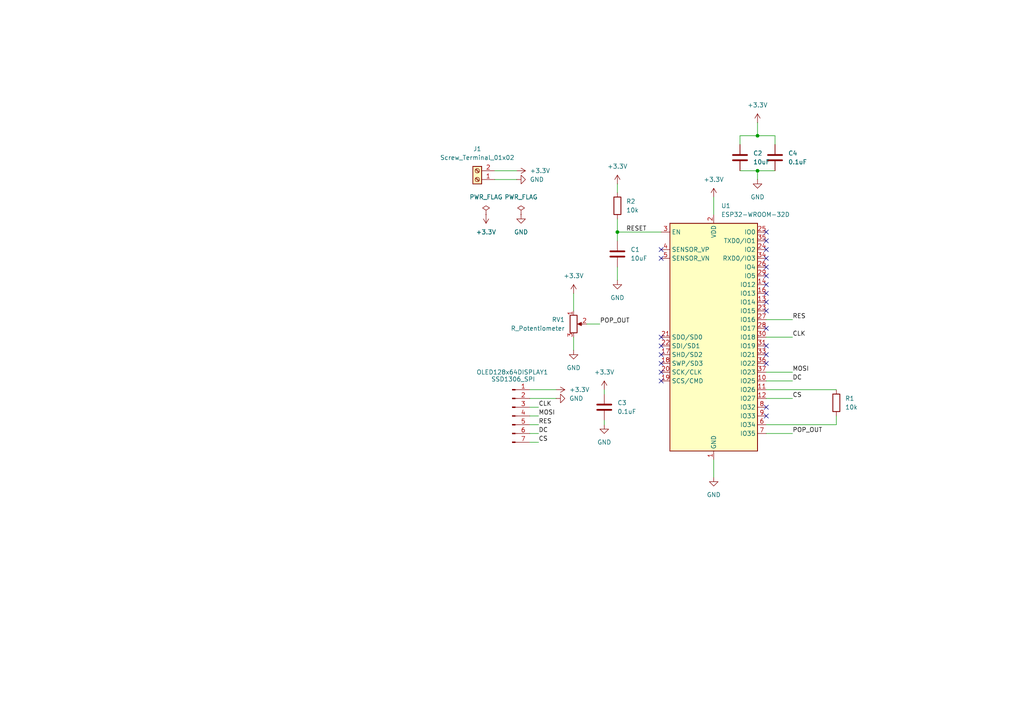
<source format=kicad_sch>
(kicad_sch
	(version 20250114)
	(generator "eeschema")
	(generator_version "9.0")
	(uuid "33ab832c-2638-4d11-ac35-6ada620571ce")
	(paper "A4")
	(title_block
		(title "Mini Digital Oscilloscope (ESP32)")
		(rev "B")
		(company "Personal Project")
		(comment 1 "ESP32 oscilloscope with OLED")
		(comment 2 "Added potentiometer for adjustable time base control")
	)
	(lib_symbols
		(symbol "Connector:Conn_01x07_Pin"
			(pin_names
				(offset 1.016)
				(hide yes)
			)
			(exclude_from_sim no)
			(in_bom yes)
			(on_board yes)
			(property "Reference" "J"
				(at 0 10.16 0)
				(effects
					(font
						(size 1.27 1.27)
					)
				)
			)
			(property "Value" "Conn_01x07_Pin"
				(at 0 -10.16 0)
				(effects
					(font
						(size 1.27 1.27)
					)
				)
			)
			(property "Footprint" ""
				(at 0 0 0)
				(effects
					(font
						(size 1.27 1.27)
					)
					(hide yes)
				)
			)
			(property "Datasheet" "~"
				(at 0 0 0)
				(effects
					(font
						(size 1.27 1.27)
					)
					(hide yes)
				)
			)
			(property "Description" "Generic connector, single row, 01x07, script generated"
				(at 0 0 0)
				(effects
					(font
						(size 1.27 1.27)
					)
					(hide yes)
				)
			)
			(property "ki_locked" ""
				(at 0 0 0)
				(effects
					(font
						(size 1.27 1.27)
					)
				)
			)
			(property "ki_keywords" "connector"
				(at 0 0 0)
				(effects
					(font
						(size 1.27 1.27)
					)
					(hide yes)
				)
			)
			(property "ki_fp_filters" "Connector*:*_1x??_*"
				(at 0 0 0)
				(effects
					(font
						(size 1.27 1.27)
					)
					(hide yes)
				)
			)
			(symbol "Conn_01x07_Pin_1_1"
				(rectangle
					(start 0.8636 7.747)
					(end 0 7.493)
					(stroke
						(width 0.1524)
						(type default)
					)
					(fill
						(type outline)
					)
				)
				(rectangle
					(start 0.8636 5.207)
					(end 0 4.953)
					(stroke
						(width 0.1524)
						(type default)
					)
					(fill
						(type outline)
					)
				)
				(rectangle
					(start 0.8636 2.667)
					(end 0 2.413)
					(stroke
						(width 0.1524)
						(type default)
					)
					(fill
						(type outline)
					)
				)
				(rectangle
					(start 0.8636 0.127)
					(end 0 -0.127)
					(stroke
						(width 0.1524)
						(type default)
					)
					(fill
						(type outline)
					)
				)
				(rectangle
					(start 0.8636 -2.413)
					(end 0 -2.667)
					(stroke
						(width 0.1524)
						(type default)
					)
					(fill
						(type outline)
					)
				)
				(rectangle
					(start 0.8636 -4.953)
					(end 0 -5.207)
					(stroke
						(width 0.1524)
						(type default)
					)
					(fill
						(type outline)
					)
				)
				(rectangle
					(start 0.8636 -7.493)
					(end 0 -7.747)
					(stroke
						(width 0.1524)
						(type default)
					)
					(fill
						(type outline)
					)
				)
				(polyline
					(pts
						(xy 1.27 7.62) (xy 0.8636 7.62)
					)
					(stroke
						(width 0.1524)
						(type default)
					)
					(fill
						(type none)
					)
				)
				(polyline
					(pts
						(xy 1.27 5.08) (xy 0.8636 5.08)
					)
					(stroke
						(width 0.1524)
						(type default)
					)
					(fill
						(type none)
					)
				)
				(polyline
					(pts
						(xy 1.27 2.54) (xy 0.8636 2.54)
					)
					(stroke
						(width 0.1524)
						(type default)
					)
					(fill
						(type none)
					)
				)
				(polyline
					(pts
						(xy 1.27 0) (xy 0.8636 0)
					)
					(stroke
						(width 0.1524)
						(type default)
					)
					(fill
						(type none)
					)
				)
				(polyline
					(pts
						(xy 1.27 -2.54) (xy 0.8636 -2.54)
					)
					(stroke
						(width 0.1524)
						(type default)
					)
					(fill
						(type none)
					)
				)
				(polyline
					(pts
						(xy 1.27 -5.08) (xy 0.8636 -5.08)
					)
					(stroke
						(width 0.1524)
						(type default)
					)
					(fill
						(type none)
					)
				)
				(polyline
					(pts
						(xy 1.27 -7.62) (xy 0.8636 -7.62)
					)
					(stroke
						(width 0.1524)
						(type default)
					)
					(fill
						(type none)
					)
				)
				(pin passive line
					(at 5.08 7.62 180)
					(length 3.81)
					(name "Pin_1"
						(effects
							(font
								(size 1.27 1.27)
							)
						)
					)
					(number "1"
						(effects
							(font
								(size 1.27 1.27)
							)
						)
					)
				)
				(pin passive line
					(at 5.08 5.08 180)
					(length 3.81)
					(name "Pin_2"
						(effects
							(font
								(size 1.27 1.27)
							)
						)
					)
					(number "2"
						(effects
							(font
								(size 1.27 1.27)
							)
						)
					)
				)
				(pin passive line
					(at 5.08 2.54 180)
					(length 3.81)
					(name "Pin_3"
						(effects
							(font
								(size 1.27 1.27)
							)
						)
					)
					(number "3"
						(effects
							(font
								(size 1.27 1.27)
							)
						)
					)
				)
				(pin passive line
					(at 5.08 0 180)
					(length 3.81)
					(name "Pin_4"
						(effects
							(font
								(size 1.27 1.27)
							)
						)
					)
					(number "4"
						(effects
							(font
								(size 1.27 1.27)
							)
						)
					)
				)
				(pin passive line
					(at 5.08 -2.54 180)
					(length 3.81)
					(name "Pin_5"
						(effects
							(font
								(size 1.27 1.27)
							)
						)
					)
					(number "5"
						(effects
							(font
								(size 1.27 1.27)
							)
						)
					)
				)
				(pin passive line
					(at 5.08 -5.08 180)
					(length 3.81)
					(name "Pin_6"
						(effects
							(font
								(size 1.27 1.27)
							)
						)
					)
					(number "6"
						(effects
							(font
								(size 1.27 1.27)
							)
						)
					)
				)
				(pin passive line
					(at 5.08 -7.62 180)
					(length 3.81)
					(name "Pin_7"
						(effects
							(font
								(size 1.27 1.27)
							)
						)
					)
					(number "7"
						(effects
							(font
								(size 1.27 1.27)
							)
						)
					)
				)
			)
			(embedded_fonts no)
		)
		(symbol "Connector:Screw_Terminal_01x02"
			(pin_names
				(offset 1.016)
				(hide yes)
			)
			(exclude_from_sim no)
			(in_bom yes)
			(on_board yes)
			(property "Reference" "J"
				(at 0 2.54 0)
				(effects
					(font
						(size 1.27 1.27)
					)
				)
			)
			(property "Value" "Screw_Terminal_01x02"
				(at 0 -5.08 0)
				(effects
					(font
						(size 1.27 1.27)
					)
				)
			)
			(property "Footprint" ""
				(at 0 0 0)
				(effects
					(font
						(size 1.27 1.27)
					)
					(hide yes)
				)
			)
			(property "Datasheet" "~"
				(at 0 0 0)
				(effects
					(font
						(size 1.27 1.27)
					)
					(hide yes)
				)
			)
			(property "Description" "Generic screw terminal, single row, 01x02, script generated (kicad-library-utils/schlib/autogen/connector/)"
				(at 0 0 0)
				(effects
					(font
						(size 1.27 1.27)
					)
					(hide yes)
				)
			)
			(property "ki_keywords" "screw terminal"
				(at 0 0 0)
				(effects
					(font
						(size 1.27 1.27)
					)
					(hide yes)
				)
			)
			(property "ki_fp_filters" "TerminalBlock*:*"
				(at 0 0 0)
				(effects
					(font
						(size 1.27 1.27)
					)
					(hide yes)
				)
			)
			(symbol "Screw_Terminal_01x02_1_1"
				(rectangle
					(start -1.27 1.27)
					(end 1.27 -3.81)
					(stroke
						(width 0.254)
						(type default)
					)
					(fill
						(type background)
					)
				)
				(polyline
					(pts
						(xy -0.5334 0.3302) (xy 0.3302 -0.508)
					)
					(stroke
						(width 0.1524)
						(type default)
					)
					(fill
						(type none)
					)
				)
				(polyline
					(pts
						(xy -0.5334 -2.2098) (xy 0.3302 -3.048)
					)
					(stroke
						(width 0.1524)
						(type default)
					)
					(fill
						(type none)
					)
				)
				(polyline
					(pts
						(xy -0.3556 0.508) (xy 0.508 -0.3302)
					)
					(stroke
						(width 0.1524)
						(type default)
					)
					(fill
						(type none)
					)
				)
				(polyline
					(pts
						(xy -0.3556 -2.032) (xy 0.508 -2.8702)
					)
					(stroke
						(width 0.1524)
						(type default)
					)
					(fill
						(type none)
					)
				)
				(circle
					(center 0 0)
					(radius 0.635)
					(stroke
						(width 0.1524)
						(type default)
					)
					(fill
						(type none)
					)
				)
				(circle
					(center 0 -2.54)
					(radius 0.635)
					(stroke
						(width 0.1524)
						(type default)
					)
					(fill
						(type none)
					)
				)
				(pin passive line
					(at -5.08 0 0)
					(length 3.81)
					(name "Pin_1"
						(effects
							(font
								(size 1.27 1.27)
							)
						)
					)
					(number "1"
						(effects
							(font
								(size 1.27 1.27)
							)
						)
					)
				)
				(pin passive line
					(at -5.08 -2.54 0)
					(length 3.81)
					(name "Pin_2"
						(effects
							(font
								(size 1.27 1.27)
							)
						)
					)
					(number "2"
						(effects
							(font
								(size 1.27 1.27)
							)
						)
					)
				)
			)
			(embedded_fonts no)
		)
		(symbol "Device:C"
			(pin_numbers
				(hide yes)
			)
			(pin_names
				(offset 0.254)
			)
			(exclude_from_sim no)
			(in_bom yes)
			(on_board yes)
			(property "Reference" "C"
				(at 0.635 2.54 0)
				(effects
					(font
						(size 1.27 1.27)
					)
					(justify left)
				)
			)
			(property "Value" "C"
				(at 0.635 -2.54 0)
				(effects
					(font
						(size 1.27 1.27)
					)
					(justify left)
				)
			)
			(property "Footprint" ""
				(at 0.9652 -3.81 0)
				(effects
					(font
						(size 1.27 1.27)
					)
					(hide yes)
				)
			)
			(property "Datasheet" "~"
				(at 0 0 0)
				(effects
					(font
						(size 1.27 1.27)
					)
					(hide yes)
				)
			)
			(property "Description" "Unpolarized capacitor"
				(at 0 0 0)
				(effects
					(font
						(size 1.27 1.27)
					)
					(hide yes)
				)
			)
			(property "ki_keywords" "cap capacitor"
				(at 0 0 0)
				(effects
					(font
						(size 1.27 1.27)
					)
					(hide yes)
				)
			)
			(property "ki_fp_filters" "C_*"
				(at 0 0 0)
				(effects
					(font
						(size 1.27 1.27)
					)
					(hide yes)
				)
			)
			(symbol "C_0_1"
				(polyline
					(pts
						(xy -2.032 0.762) (xy 2.032 0.762)
					)
					(stroke
						(width 0.508)
						(type default)
					)
					(fill
						(type none)
					)
				)
				(polyline
					(pts
						(xy -2.032 -0.762) (xy 2.032 -0.762)
					)
					(stroke
						(width 0.508)
						(type default)
					)
					(fill
						(type none)
					)
				)
			)
			(symbol "C_1_1"
				(pin passive line
					(at 0 3.81 270)
					(length 2.794)
					(name "~"
						(effects
							(font
								(size 1.27 1.27)
							)
						)
					)
					(number "1"
						(effects
							(font
								(size 1.27 1.27)
							)
						)
					)
				)
				(pin passive line
					(at 0 -3.81 90)
					(length 2.794)
					(name "~"
						(effects
							(font
								(size 1.27 1.27)
							)
						)
					)
					(number "2"
						(effects
							(font
								(size 1.27 1.27)
							)
						)
					)
				)
			)
			(embedded_fonts no)
		)
		(symbol "Device:R"
			(pin_numbers
				(hide yes)
			)
			(pin_names
				(offset 0)
			)
			(exclude_from_sim no)
			(in_bom yes)
			(on_board yes)
			(property "Reference" "R"
				(at 2.032 0 90)
				(effects
					(font
						(size 1.27 1.27)
					)
				)
			)
			(property "Value" "R"
				(at 0 0 90)
				(effects
					(font
						(size 1.27 1.27)
					)
				)
			)
			(property "Footprint" ""
				(at -1.778 0 90)
				(effects
					(font
						(size 1.27 1.27)
					)
					(hide yes)
				)
			)
			(property "Datasheet" "~"
				(at 0 0 0)
				(effects
					(font
						(size 1.27 1.27)
					)
					(hide yes)
				)
			)
			(property "Description" "Resistor"
				(at 0 0 0)
				(effects
					(font
						(size 1.27 1.27)
					)
					(hide yes)
				)
			)
			(property "ki_keywords" "R res resistor"
				(at 0 0 0)
				(effects
					(font
						(size 1.27 1.27)
					)
					(hide yes)
				)
			)
			(property "ki_fp_filters" "R_*"
				(at 0 0 0)
				(effects
					(font
						(size 1.27 1.27)
					)
					(hide yes)
				)
			)
			(symbol "R_0_1"
				(rectangle
					(start -1.016 -2.54)
					(end 1.016 2.54)
					(stroke
						(width 0.254)
						(type default)
					)
					(fill
						(type none)
					)
				)
			)
			(symbol "R_1_1"
				(pin passive line
					(at 0 3.81 270)
					(length 1.27)
					(name "~"
						(effects
							(font
								(size 1.27 1.27)
							)
						)
					)
					(number "1"
						(effects
							(font
								(size 1.27 1.27)
							)
						)
					)
				)
				(pin passive line
					(at 0 -3.81 90)
					(length 1.27)
					(name "~"
						(effects
							(font
								(size 1.27 1.27)
							)
						)
					)
					(number "2"
						(effects
							(font
								(size 1.27 1.27)
							)
						)
					)
				)
			)
			(embedded_fonts no)
		)
		(symbol "Device:R_Potentiometer"
			(pin_names
				(offset 1.016)
				(hide yes)
			)
			(exclude_from_sim no)
			(in_bom yes)
			(on_board yes)
			(property "Reference" "RV"
				(at -4.445 0 90)
				(effects
					(font
						(size 1.27 1.27)
					)
				)
			)
			(property "Value" "R_Potentiometer"
				(at -2.54 0 90)
				(effects
					(font
						(size 1.27 1.27)
					)
				)
			)
			(property "Footprint" ""
				(at 0 0 0)
				(effects
					(font
						(size 1.27 1.27)
					)
					(hide yes)
				)
			)
			(property "Datasheet" "~"
				(at 0 0 0)
				(effects
					(font
						(size 1.27 1.27)
					)
					(hide yes)
				)
			)
			(property "Description" "Potentiometer"
				(at 0 0 0)
				(effects
					(font
						(size 1.27 1.27)
					)
					(hide yes)
				)
			)
			(property "ki_keywords" "resistor variable"
				(at 0 0 0)
				(effects
					(font
						(size 1.27 1.27)
					)
					(hide yes)
				)
			)
			(property "ki_fp_filters" "Potentiometer*"
				(at 0 0 0)
				(effects
					(font
						(size 1.27 1.27)
					)
					(hide yes)
				)
			)
			(symbol "R_Potentiometer_0_1"
				(rectangle
					(start 1.016 2.54)
					(end -1.016 -2.54)
					(stroke
						(width 0.254)
						(type default)
					)
					(fill
						(type none)
					)
				)
				(polyline
					(pts
						(xy 1.143 0) (xy 2.286 0.508) (xy 2.286 -0.508) (xy 1.143 0)
					)
					(stroke
						(width 0)
						(type default)
					)
					(fill
						(type outline)
					)
				)
				(polyline
					(pts
						(xy 2.54 0) (xy 1.524 0)
					)
					(stroke
						(width 0)
						(type default)
					)
					(fill
						(type none)
					)
				)
			)
			(symbol "R_Potentiometer_1_1"
				(pin passive line
					(at 0 3.81 270)
					(length 1.27)
					(name "1"
						(effects
							(font
								(size 1.27 1.27)
							)
						)
					)
					(number "1"
						(effects
							(font
								(size 1.27 1.27)
							)
						)
					)
				)
				(pin passive line
					(at 0 -3.81 90)
					(length 1.27)
					(name "3"
						(effects
							(font
								(size 1.27 1.27)
							)
						)
					)
					(number "3"
						(effects
							(font
								(size 1.27 1.27)
							)
						)
					)
				)
				(pin passive line
					(at 3.81 0 180)
					(length 1.27)
					(name "2"
						(effects
							(font
								(size 1.27 1.27)
							)
						)
					)
					(number "2"
						(effects
							(font
								(size 1.27 1.27)
							)
						)
					)
				)
			)
			(embedded_fonts no)
		)
		(symbol "RF_Module:ESP32-WROOM-32D"
			(exclude_from_sim no)
			(in_bom yes)
			(on_board yes)
			(property "Reference" "U"
				(at -12.7 34.29 0)
				(effects
					(font
						(size 1.27 1.27)
					)
					(justify left)
				)
			)
			(property "Value" "ESP32-WROOM-32D"
				(at 1.27 34.29 0)
				(effects
					(font
						(size 1.27 1.27)
					)
					(justify left)
				)
			)
			(property "Footprint" "RF_Module:ESP32-WROOM-32D"
				(at 16.51 -34.29 0)
				(effects
					(font
						(size 1.27 1.27)
					)
					(hide yes)
				)
			)
			(property "Datasheet" "https://www.espressif.com/sites/default/files/documentation/esp32-wroom-32d_esp32-wroom-32u_datasheet_en.pdf"
				(at -7.62 1.27 0)
				(effects
					(font
						(size 1.27 1.27)
					)
					(hide yes)
				)
			)
			(property "Description" "RF Module, ESP32-D0WD SoC, Wi-Fi 802.11b/g/n, Bluetooth, BLE, 32-bit, 2.7-3.6V, onboard antenna, SMD"
				(at 0 0 0)
				(effects
					(font
						(size 1.27 1.27)
					)
					(hide yes)
				)
			)
			(property "ki_keywords" "RF Radio BT ESP ESP32 Espressif onboard PCB antenna"
				(at 0 0 0)
				(effects
					(font
						(size 1.27 1.27)
					)
					(hide yes)
				)
			)
			(property "ki_fp_filters" "ESP32?WROOM?32D*"
				(at 0 0 0)
				(effects
					(font
						(size 1.27 1.27)
					)
					(hide yes)
				)
			)
			(symbol "ESP32-WROOM-32D_0_1"
				(rectangle
					(start -12.7 33.02)
					(end 12.7 -33.02)
					(stroke
						(width 0.254)
						(type default)
					)
					(fill
						(type background)
					)
				)
			)
			(symbol "ESP32-WROOM-32D_1_1"
				(pin input line
					(at -15.24 30.48 0)
					(length 2.54)
					(name "EN"
						(effects
							(font
								(size 1.27 1.27)
							)
						)
					)
					(number "3"
						(effects
							(font
								(size 1.27 1.27)
							)
						)
					)
				)
				(pin input line
					(at -15.24 25.4 0)
					(length 2.54)
					(name "SENSOR_VP"
						(effects
							(font
								(size 1.27 1.27)
							)
						)
					)
					(number "4"
						(effects
							(font
								(size 1.27 1.27)
							)
						)
					)
				)
				(pin input line
					(at -15.24 22.86 0)
					(length 2.54)
					(name "SENSOR_VN"
						(effects
							(font
								(size 1.27 1.27)
							)
						)
					)
					(number "5"
						(effects
							(font
								(size 1.27 1.27)
							)
						)
					)
				)
				(pin bidirectional line
					(at -15.24 0 0)
					(length 2.54)
					(name "SDO/SD0"
						(effects
							(font
								(size 1.27 1.27)
							)
						)
					)
					(number "21"
						(effects
							(font
								(size 1.27 1.27)
							)
						)
					)
				)
				(pin bidirectional line
					(at -15.24 -2.54 0)
					(length 2.54)
					(name "SDI/SD1"
						(effects
							(font
								(size 1.27 1.27)
							)
						)
					)
					(number "22"
						(effects
							(font
								(size 1.27 1.27)
							)
						)
					)
				)
				(pin bidirectional line
					(at -15.24 -5.08 0)
					(length 2.54)
					(name "SHD/SD2"
						(effects
							(font
								(size 1.27 1.27)
							)
						)
					)
					(number "17"
						(effects
							(font
								(size 1.27 1.27)
							)
						)
					)
				)
				(pin bidirectional line
					(at -15.24 -7.62 0)
					(length 2.54)
					(name "SWP/SD3"
						(effects
							(font
								(size 1.27 1.27)
							)
						)
					)
					(number "18"
						(effects
							(font
								(size 1.27 1.27)
							)
						)
					)
				)
				(pin bidirectional line
					(at -15.24 -10.16 0)
					(length 2.54)
					(name "SCK/CLK"
						(effects
							(font
								(size 1.27 1.27)
							)
						)
					)
					(number "20"
						(effects
							(font
								(size 1.27 1.27)
							)
						)
					)
				)
				(pin bidirectional line
					(at -15.24 -12.7 0)
					(length 2.54)
					(name "SCS/CMD"
						(effects
							(font
								(size 1.27 1.27)
							)
						)
					)
					(number "19"
						(effects
							(font
								(size 1.27 1.27)
							)
						)
					)
				)
				(pin no_connect line
					(at -12.7 -27.94 0)
					(length 2.54)
					(hide yes)
					(name "NC"
						(effects
							(font
								(size 1.27 1.27)
							)
						)
					)
					(number "32"
						(effects
							(font
								(size 1.27 1.27)
							)
						)
					)
				)
				(pin power_in line
					(at 0 35.56 270)
					(length 2.54)
					(name "VDD"
						(effects
							(font
								(size 1.27 1.27)
							)
						)
					)
					(number "2"
						(effects
							(font
								(size 1.27 1.27)
							)
						)
					)
				)
				(pin power_in line
					(at 0 -35.56 90)
					(length 2.54)
					(name "GND"
						(effects
							(font
								(size 1.27 1.27)
							)
						)
					)
					(number "1"
						(effects
							(font
								(size 1.27 1.27)
							)
						)
					)
				)
				(pin passive line
					(at 0 -35.56 90)
					(length 2.54)
					(hide yes)
					(name "GND"
						(effects
							(font
								(size 1.27 1.27)
							)
						)
					)
					(number "15"
						(effects
							(font
								(size 1.27 1.27)
							)
						)
					)
				)
				(pin passive line
					(at 0 -35.56 90)
					(length 2.54)
					(hide yes)
					(name "GND"
						(effects
							(font
								(size 1.27 1.27)
							)
						)
					)
					(number "38"
						(effects
							(font
								(size 1.27 1.27)
							)
						)
					)
				)
				(pin passive line
					(at 0 -35.56 90)
					(length 2.54)
					(hide yes)
					(name "GND"
						(effects
							(font
								(size 1.27 1.27)
							)
						)
					)
					(number "39"
						(effects
							(font
								(size 1.27 1.27)
							)
						)
					)
				)
				(pin bidirectional line
					(at 15.24 30.48 180)
					(length 2.54)
					(name "IO0"
						(effects
							(font
								(size 1.27 1.27)
							)
						)
					)
					(number "25"
						(effects
							(font
								(size 1.27 1.27)
							)
						)
					)
				)
				(pin bidirectional line
					(at 15.24 27.94 180)
					(length 2.54)
					(name "TXD0/IO1"
						(effects
							(font
								(size 1.27 1.27)
							)
						)
					)
					(number "35"
						(effects
							(font
								(size 1.27 1.27)
							)
						)
					)
				)
				(pin bidirectional line
					(at 15.24 25.4 180)
					(length 2.54)
					(name "IO2"
						(effects
							(font
								(size 1.27 1.27)
							)
						)
					)
					(number "24"
						(effects
							(font
								(size 1.27 1.27)
							)
						)
					)
				)
				(pin bidirectional line
					(at 15.24 22.86 180)
					(length 2.54)
					(name "RXD0/IO3"
						(effects
							(font
								(size 1.27 1.27)
							)
						)
					)
					(number "34"
						(effects
							(font
								(size 1.27 1.27)
							)
						)
					)
				)
				(pin bidirectional line
					(at 15.24 20.32 180)
					(length 2.54)
					(name "IO4"
						(effects
							(font
								(size 1.27 1.27)
							)
						)
					)
					(number "26"
						(effects
							(font
								(size 1.27 1.27)
							)
						)
					)
				)
				(pin bidirectional line
					(at 15.24 17.78 180)
					(length 2.54)
					(name "IO5"
						(effects
							(font
								(size 1.27 1.27)
							)
						)
					)
					(number "29"
						(effects
							(font
								(size 1.27 1.27)
							)
						)
					)
				)
				(pin bidirectional line
					(at 15.24 15.24 180)
					(length 2.54)
					(name "IO12"
						(effects
							(font
								(size 1.27 1.27)
							)
						)
					)
					(number "14"
						(effects
							(font
								(size 1.27 1.27)
							)
						)
					)
				)
				(pin bidirectional line
					(at 15.24 12.7 180)
					(length 2.54)
					(name "IO13"
						(effects
							(font
								(size 1.27 1.27)
							)
						)
					)
					(number "16"
						(effects
							(font
								(size 1.27 1.27)
							)
						)
					)
				)
				(pin bidirectional line
					(at 15.24 10.16 180)
					(length 2.54)
					(name "IO14"
						(effects
							(font
								(size 1.27 1.27)
							)
						)
					)
					(number "13"
						(effects
							(font
								(size 1.27 1.27)
							)
						)
					)
				)
				(pin bidirectional line
					(at 15.24 7.62 180)
					(length 2.54)
					(name "IO15"
						(effects
							(font
								(size 1.27 1.27)
							)
						)
					)
					(number "23"
						(effects
							(font
								(size 1.27 1.27)
							)
						)
					)
				)
				(pin bidirectional line
					(at 15.24 5.08 180)
					(length 2.54)
					(name "IO16"
						(effects
							(font
								(size 1.27 1.27)
							)
						)
					)
					(number "27"
						(effects
							(font
								(size 1.27 1.27)
							)
						)
					)
				)
				(pin bidirectional line
					(at 15.24 2.54 180)
					(length 2.54)
					(name "IO17"
						(effects
							(font
								(size 1.27 1.27)
							)
						)
					)
					(number "28"
						(effects
							(font
								(size 1.27 1.27)
							)
						)
					)
				)
				(pin bidirectional line
					(at 15.24 0 180)
					(length 2.54)
					(name "IO18"
						(effects
							(font
								(size 1.27 1.27)
							)
						)
					)
					(number "30"
						(effects
							(font
								(size 1.27 1.27)
							)
						)
					)
				)
				(pin bidirectional line
					(at 15.24 -2.54 180)
					(length 2.54)
					(name "IO19"
						(effects
							(font
								(size 1.27 1.27)
							)
						)
					)
					(number "31"
						(effects
							(font
								(size 1.27 1.27)
							)
						)
					)
				)
				(pin bidirectional line
					(at 15.24 -5.08 180)
					(length 2.54)
					(name "IO21"
						(effects
							(font
								(size 1.27 1.27)
							)
						)
					)
					(number "33"
						(effects
							(font
								(size 1.27 1.27)
							)
						)
					)
				)
				(pin bidirectional line
					(at 15.24 -7.62 180)
					(length 2.54)
					(name "IO22"
						(effects
							(font
								(size 1.27 1.27)
							)
						)
					)
					(number "36"
						(effects
							(font
								(size 1.27 1.27)
							)
						)
					)
				)
				(pin bidirectional line
					(at 15.24 -10.16 180)
					(length 2.54)
					(name "IO23"
						(effects
							(font
								(size 1.27 1.27)
							)
						)
					)
					(number "37"
						(effects
							(font
								(size 1.27 1.27)
							)
						)
					)
				)
				(pin bidirectional line
					(at 15.24 -12.7 180)
					(length 2.54)
					(name "IO25"
						(effects
							(font
								(size 1.27 1.27)
							)
						)
					)
					(number "10"
						(effects
							(font
								(size 1.27 1.27)
							)
						)
					)
				)
				(pin bidirectional line
					(at 15.24 -15.24 180)
					(length 2.54)
					(name "IO26"
						(effects
							(font
								(size 1.27 1.27)
							)
						)
					)
					(number "11"
						(effects
							(font
								(size 1.27 1.27)
							)
						)
					)
				)
				(pin bidirectional line
					(at 15.24 -17.78 180)
					(length 2.54)
					(name "IO27"
						(effects
							(font
								(size 1.27 1.27)
							)
						)
					)
					(number "12"
						(effects
							(font
								(size 1.27 1.27)
							)
						)
					)
				)
				(pin bidirectional line
					(at 15.24 -20.32 180)
					(length 2.54)
					(name "IO32"
						(effects
							(font
								(size 1.27 1.27)
							)
						)
					)
					(number "8"
						(effects
							(font
								(size 1.27 1.27)
							)
						)
					)
				)
				(pin bidirectional line
					(at 15.24 -22.86 180)
					(length 2.54)
					(name "IO33"
						(effects
							(font
								(size 1.27 1.27)
							)
						)
					)
					(number "9"
						(effects
							(font
								(size 1.27 1.27)
							)
						)
					)
				)
				(pin input line
					(at 15.24 -25.4 180)
					(length 2.54)
					(name "IO34"
						(effects
							(font
								(size 1.27 1.27)
							)
						)
					)
					(number "6"
						(effects
							(font
								(size 1.27 1.27)
							)
						)
					)
				)
				(pin input line
					(at 15.24 -27.94 180)
					(length 2.54)
					(name "IO35"
						(effects
							(font
								(size 1.27 1.27)
							)
						)
					)
					(number "7"
						(effects
							(font
								(size 1.27 1.27)
							)
						)
					)
				)
			)
			(embedded_fonts no)
		)
		(symbol "power:+3.3V"
			(power)
			(pin_numbers
				(hide yes)
			)
			(pin_names
				(offset 0)
				(hide yes)
			)
			(exclude_from_sim no)
			(in_bom yes)
			(on_board yes)
			(property "Reference" "#PWR"
				(at 0 -3.81 0)
				(effects
					(font
						(size 1.27 1.27)
					)
					(hide yes)
				)
			)
			(property "Value" "+3.3V"
				(at 0 3.556 0)
				(effects
					(font
						(size 1.27 1.27)
					)
				)
			)
			(property "Footprint" ""
				(at 0 0 0)
				(effects
					(font
						(size 1.27 1.27)
					)
					(hide yes)
				)
			)
			(property "Datasheet" ""
				(at 0 0 0)
				(effects
					(font
						(size 1.27 1.27)
					)
					(hide yes)
				)
			)
			(property "Description" "Power symbol creates a global label with name \"+3.3V\""
				(at 0 0 0)
				(effects
					(font
						(size 1.27 1.27)
					)
					(hide yes)
				)
			)
			(property "ki_keywords" "global power"
				(at 0 0 0)
				(effects
					(font
						(size 1.27 1.27)
					)
					(hide yes)
				)
			)
			(symbol "+3.3V_0_1"
				(polyline
					(pts
						(xy -0.762 1.27) (xy 0 2.54)
					)
					(stroke
						(width 0)
						(type default)
					)
					(fill
						(type none)
					)
				)
				(polyline
					(pts
						(xy 0 2.54) (xy 0.762 1.27)
					)
					(stroke
						(width 0)
						(type default)
					)
					(fill
						(type none)
					)
				)
				(polyline
					(pts
						(xy 0 0) (xy 0 2.54)
					)
					(stroke
						(width 0)
						(type default)
					)
					(fill
						(type none)
					)
				)
			)
			(symbol "+3.3V_1_1"
				(pin power_in line
					(at 0 0 90)
					(length 0)
					(name "~"
						(effects
							(font
								(size 1.27 1.27)
							)
						)
					)
					(number "1"
						(effects
							(font
								(size 1.27 1.27)
							)
						)
					)
				)
			)
			(embedded_fonts no)
		)
		(symbol "power:GND"
			(power)
			(pin_numbers
				(hide yes)
			)
			(pin_names
				(offset 0)
				(hide yes)
			)
			(exclude_from_sim no)
			(in_bom yes)
			(on_board yes)
			(property "Reference" "#PWR"
				(at 0 -6.35 0)
				(effects
					(font
						(size 1.27 1.27)
					)
					(hide yes)
				)
			)
			(property "Value" "GND"
				(at 0 -3.81 0)
				(effects
					(font
						(size 1.27 1.27)
					)
				)
			)
			(property "Footprint" ""
				(at 0 0 0)
				(effects
					(font
						(size 1.27 1.27)
					)
					(hide yes)
				)
			)
			(property "Datasheet" ""
				(at 0 0 0)
				(effects
					(font
						(size 1.27 1.27)
					)
					(hide yes)
				)
			)
			(property "Description" "Power symbol creates a global label with name \"GND\" , ground"
				(at 0 0 0)
				(effects
					(font
						(size 1.27 1.27)
					)
					(hide yes)
				)
			)
			(property "ki_keywords" "global power"
				(at 0 0 0)
				(effects
					(font
						(size 1.27 1.27)
					)
					(hide yes)
				)
			)
			(symbol "GND_0_1"
				(polyline
					(pts
						(xy 0 0) (xy 0 -1.27) (xy 1.27 -1.27) (xy 0 -2.54) (xy -1.27 -1.27) (xy 0 -1.27)
					)
					(stroke
						(width 0)
						(type default)
					)
					(fill
						(type none)
					)
				)
			)
			(symbol "GND_1_1"
				(pin power_in line
					(at 0 0 270)
					(length 0)
					(name "~"
						(effects
							(font
								(size 1.27 1.27)
							)
						)
					)
					(number "1"
						(effects
							(font
								(size 1.27 1.27)
							)
						)
					)
				)
			)
			(embedded_fonts no)
		)
		(symbol "power:PWR_FLAG"
			(power)
			(pin_numbers
				(hide yes)
			)
			(pin_names
				(offset 0)
				(hide yes)
			)
			(exclude_from_sim no)
			(in_bom yes)
			(on_board yes)
			(property "Reference" "#FLG"
				(at 0 1.905 0)
				(effects
					(font
						(size 1.27 1.27)
					)
					(hide yes)
				)
			)
			(property "Value" "PWR_FLAG"
				(at 0 3.81 0)
				(effects
					(font
						(size 1.27 1.27)
					)
				)
			)
			(property "Footprint" ""
				(at 0 0 0)
				(effects
					(font
						(size 1.27 1.27)
					)
					(hide yes)
				)
			)
			(property "Datasheet" "~"
				(at 0 0 0)
				(effects
					(font
						(size 1.27 1.27)
					)
					(hide yes)
				)
			)
			(property "Description" "Special symbol for telling ERC where power comes from"
				(at 0 0 0)
				(effects
					(font
						(size 1.27 1.27)
					)
					(hide yes)
				)
			)
			(property "ki_keywords" "flag power"
				(at 0 0 0)
				(effects
					(font
						(size 1.27 1.27)
					)
					(hide yes)
				)
			)
			(symbol "PWR_FLAG_0_0"
				(pin power_out line
					(at 0 0 90)
					(length 0)
					(name "~"
						(effects
							(font
								(size 1.27 1.27)
							)
						)
					)
					(number "1"
						(effects
							(font
								(size 1.27 1.27)
							)
						)
					)
				)
			)
			(symbol "PWR_FLAG_0_1"
				(polyline
					(pts
						(xy 0 0) (xy 0 1.27) (xy -1.016 1.905) (xy 0 2.54) (xy 1.016 1.905) (xy 0 1.27)
					)
					(stroke
						(width 0)
						(type default)
					)
					(fill
						(type none)
					)
				)
			)
			(embedded_fonts no)
		)
	)
	(junction
		(at 219.71 39.37)
		(diameter 0)
		(color 0 0 0 0)
		(uuid "51202c1e-8423-4765-a5c4-6a36ebd6ac31")
	)
	(junction
		(at 179.07 67.31)
		(diameter 0)
		(color 0 0 0 0)
		(uuid "950fd137-e1c0-49b2-aae1-d8b6ee770c01")
	)
	(junction
		(at 219.71 49.53)
		(diameter 0)
		(color 0 0 0 0)
		(uuid "e818a5f2-940a-4603-b756-4e15283a8d06")
	)
	(no_connect
		(at 191.77 72.39)
		(uuid "05fcc481-f692-401e-9bae-33c23c8c9d5b")
	)
	(no_connect
		(at 191.77 105.41)
		(uuid "158ef8fe-e749-40dc-897e-10c0a9cf9597")
	)
	(no_connect
		(at 222.25 100.33)
		(uuid "3092da53-6cc7-4559-ac65-c4d8dc706e8b")
	)
	(no_connect
		(at 222.25 67.31)
		(uuid "322ec527-82f8-4b1a-a922-64b28833c3a1")
	)
	(no_connect
		(at 222.25 118.11)
		(uuid "3a97bf8c-bca0-4fe9-8557-81ef5fae18e7")
	)
	(no_connect
		(at 222.25 69.85)
		(uuid "3bea1a76-8e0f-45c2-aea9-a2dfa01ec3de")
	)
	(no_connect
		(at 222.25 105.41)
		(uuid "47068ffe-9010-42fe-8d88-1cecf11018f0")
	)
	(no_connect
		(at 222.25 90.17)
		(uuid "504e2992-353c-48aa-9bba-8260460277ec")
	)
	(no_connect
		(at 191.77 74.93)
		(uuid "58eb8b25-f34b-4850-aea5-da8fd99ac226")
	)
	(no_connect
		(at 222.25 72.39)
		(uuid "863d414a-f336-43a1-96b2-a071521bdae4")
	)
	(no_connect
		(at 222.25 74.93)
		(uuid "92a8e74c-2c73-430f-89be-55100da56ac9")
	)
	(no_connect
		(at 191.77 100.33)
		(uuid "93a5b1ea-ff95-4f5d-aca7-7745d2ac791c")
	)
	(no_connect
		(at 222.25 120.65)
		(uuid "9bb950d5-cefa-429d-9530-fa93f28ffdf5")
	)
	(no_connect
		(at 222.25 87.63)
		(uuid "adfed345-f84f-4427-a879-7a0461cd9898")
	)
	(no_connect
		(at 222.25 80.01)
		(uuid "b251f052-e86e-4908-84b4-96f2651032a3")
	)
	(no_connect
		(at 222.25 82.55)
		(uuid "c1f67182-9bea-4624-bc29-6e51b3001f69")
	)
	(no_connect
		(at 222.25 77.47)
		(uuid "c321ab48-8666-401f-807d-6a702874937e")
	)
	(no_connect
		(at 191.77 102.87)
		(uuid "dc4c3f63-8b33-4678-afb5-0b405357ab90")
	)
	(no_connect
		(at 191.77 110.49)
		(uuid "de0b8875-fc5a-422f-a03b-2b4bef616168")
	)
	(no_connect
		(at 191.77 97.79)
		(uuid "e0fa878f-ea7a-4547-9c5c-42ea5a560af7")
	)
	(no_connect
		(at 191.77 107.95)
		(uuid "e41375ea-e0ed-4403-8b3f-b64a4cf34458")
	)
	(no_connect
		(at 222.25 85.09)
		(uuid "e44a892c-02af-4725-8041-b2f2a2cd2db4")
	)
	(no_connect
		(at 222.25 102.87)
		(uuid "f1d0beaa-0c53-49bf-afbe-be4952e4d6f2")
	)
	(no_connect
		(at 222.25 95.25)
		(uuid "f9a315b5-6211-464e-94a0-f7ccdccea6d6")
	)
	(wire
		(pts
			(xy 143.51 49.53) (xy 149.86 49.53)
		)
		(stroke
			(width 0)
			(type default)
		)
		(uuid "1213fba7-10e8-4732-97d9-cba7c2019ea7")
	)
	(wire
		(pts
			(xy 175.26 121.92) (xy 175.26 123.19)
		)
		(stroke
			(width 0)
			(type default)
		)
		(uuid "1359da5b-032b-416b-ba3e-a539f703072d")
	)
	(wire
		(pts
			(xy 153.67 113.03) (xy 161.29 113.03)
		)
		(stroke
			(width 0)
			(type default)
		)
		(uuid "1a7ec797-f1b7-49c3-b7b9-659ec7a57034")
	)
	(wire
		(pts
			(xy 224.79 39.37) (xy 219.71 39.37)
		)
		(stroke
			(width 0)
			(type default)
		)
		(uuid "2e967b84-3e1c-43b8-9adb-20b0ca545611")
	)
	(wire
		(pts
			(xy 143.51 52.07) (xy 149.86 52.07)
		)
		(stroke
			(width 0)
			(type default)
		)
		(uuid "395cea92-0e8d-404c-a97f-3f69e7a5814d")
	)
	(wire
		(pts
			(xy 219.71 39.37) (xy 214.63 39.37)
		)
		(stroke
			(width 0)
			(type default)
		)
		(uuid "3bc314ba-6b7b-44b3-a2f8-a4ff39d58247")
	)
	(wire
		(pts
			(xy 153.67 123.19) (xy 156.21 123.19)
		)
		(stroke
			(width 0)
			(type default)
		)
		(uuid "3c89da06-697e-49a7-97d0-02b9cfa5271c")
	)
	(wire
		(pts
			(xy 224.79 41.91) (xy 224.79 39.37)
		)
		(stroke
			(width 0)
			(type default)
		)
		(uuid "3dd4605c-c726-4578-b954-39a92bf21992")
	)
	(wire
		(pts
			(xy 222.25 92.71) (xy 229.87 92.71)
		)
		(stroke
			(width 0)
			(type default)
		)
		(uuid "424c3d21-b5d4-4855-8ef2-ff699efa7a08")
	)
	(wire
		(pts
			(xy 153.67 120.65) (xy 156.21 120.65)
		)
		(stroke
			(width 0)
			(type default)
		)
		(uuid "42df8085-70d3-40db-b3c0-524d269e92a3")
	)
	(wire
		(pts
			(xy 242.57 123.19) (xy 242.57 120.65)
		)
		(stroke
			(width 0)
			(type default)
		)
		(uuid "4ab22f10-6bd9-4284-abbb-60a482157868")
	)
	(wire
		(pts
			(xy 222.25 107.95) (xy 229.87 107.95)
		)
		(stroke
			(width 0)
			(type default)
		)
		(uuid "4ce4fe76-b478-494d-96d4-75ed43cabe54")
	)
	(wire
		(pts
			(xy 179.07 63.5) (xy 179.07 67.31)
		)
		(stroke
			(width 0)
			(type default)
		)
		(uuid "4cfb2917-112f-4056-8f06-69d7a1004112")
	)
	(wire
		(pts
			(xy 214.63 49.53) (xy 219.71 49.53)
		)
		(stroke
			(width 0)
			(type default)
		)
		(uuid "56213748-fde7-4084-95d0-5606fd26bcb2")
	)
	(wire
		(pts
			(xy 153.67 128.27) (xy 156.21 128.27)
		)
		(stroke
			(width 0)
			(type default)
		)
		(uuid "62c2fbd6-0d45-4700-87d5-804e1faaef7c")
	)
	(wire
		(pts
			(xy 166.37 97.79) (xy 166.37 101.6)
		)
		(stroke
			(width 0)
			(type default)
		)
		(uuid "65831e01-836e-4b4e-9f9b-20b57c10ac7a")
	)
	(wire
		(pts
			(xy 222.25 113.03) (xy 242.57 113.03)
		)
		(stroke
			(width 0)
			(type default)
		)
		(uuid "76dc1faa-fbde-4fce-aa8f-b60ae681a616")
	)
	(wire
		(pts
			(xy 219.71 49.53) (xy 219.71 52.07)
		)
		(stroke
			(width 0)
			(type default)
		)
		(uuid "7a46caf7-09aa-48f9-9b88-d1ccd52cb014")
	)
	(wire
		(pts
			(xy 219.71 35.56) (xy 219.71 39.37)
		)
		(stroke
			(width 0)
			(type default)
		)
		(uuid "84f3fcc6-7e62-4d44-880f-79ef894baaf0")
	)
	(wire
		(pts
			(xy 222.25 110.49) (xy 229.87 110.49)
		)
		(stroke
			(width 0)
			(type default)
		)
		(uuid "9b968550-4c12-4b40-83a2-9271a32e0b58")
	)
	(wire
		(pts
			(xy 179.07 67.31) (xy 191.77 67.31)
		)
		(stroke
			(width 0)
			(type default)
		)
		(uuid "9f080fb0-a90f-441d-9dba-f6e7454d9737")
	)
	(wire
		(pts
			(xy 179.07 67.31) (xy 179.07 69.85)
		)
		(stroke
			(width 0)
			(type default)
		)
		(uuid "a669e4ea-79c5-47ff-b9a5-9156ebcb972f")
	)
	(wire
		(pts
			(xy 153.67 118.11) (xy 156.21 118.11)
		)
		(stroke
			(width 0)
			(type default)
		)
		(uuid "acfd760b-a055-49fe-aa2d-a92c08aa27de")
	)
	(wire
		(pts
			(xy 153.67 125.73) (xy 156.21 125.73)
		)
		(stroke
			(width 0)
			(type default)
		)
		(uuid "ad6de813-4436-44b0-95cb-848fe2c0bd36")
	)
	(wire
		(pts
			(xy 222.25 125.73) (xy 229.87 125.73)
		)
		(stroke
			(width 0)
			(type default)
		)
		(uuid "b07d2ad9-4b9a-49a3-8f7c-1001a5c5b6dc")
	)
	(wire
		(pts
			(xy 222.25 97.79) (xy 229.87 97.79)
		)
		(stroke
			(width 0)
			(type default)
		)
		(uuid "b0bc92f0-c24b-42d7-9d71-ce1169c7d5f4")
	)
	(wire
		(pts
			(xy 214.63 39.37) (xy 214.63 41.91)
		)
		(stroke
			(width 0)
			(type default)
		)
		(uuid "b801821a-0fe5-48cd-b17d-b1eb48895518")
	)
	(wire
		(pts
			(xy 166.37 85.09) (xy 166.37 90.17)
		)
		(stroke
			(width 0)
			(type default)
		)
		(uuid "bd356e50-33a9-4560-b290-23f59b91e6de")
	)
	(wire
		(pts
			(xy 175.26 113.03) (xy 175.26 114.3)
		)
		(stroke
			(width 0)
			(type default)
		)
		(uuid "c03f14e2-dd34-4626-a40c-9670ba0f7324")
	)
	(wire
		(pts
			(xy 207.01 57.15) (xy 207.01 62.23)
		)
		(stroke
			(width 0)
			(type default)
		)
		(uuid "d07d4697-c27c-488b-af4c-8a5e372822fd")
	)
	(wire
		(pts
			(xy 179.07 53.34) (xy 179.07 55.88)
		)
		(stroke
			(width 0)
			(type default)
		)
		(uuid "dc9bf785-20cf-409d-8896-e6a657754237")
	)
	(wire
		(pts
			(xy 219.71 49.53) (xy 224.79 49.53)
		)
		(stroke
			(width 0)
			(type default)
		)
		(uuid "ddb79c88-5452-47c6-8356-bb42a360af5a")
	)
	(wire
		(pts
			(xy 153.67 115.57) (xy 161.29 115.57)
		)
		(stroke
			(width 0)
			(type default)
		)
		(uuid "e8e62791-bf1e-4722-914a-3d99b3e71709")
	)
	(wire
		(pts
			(xy 170.18 93.98) (xy 173.99 93.98)
		)
		(stroke
			(width 0)
			(type default)
		)
		(uuid "eda7d078-ef76-420f-a662-a33b1d54fa3d")
	)
	(wire
		(pts
			(xy 207.01 133.35) (xy 207.01 138.43)
		)
		(stroke
			(width 0)
			(type default)
		)
		(uuid "f4a0bd42-403d-4996-ba80-b13d80c63c5c")
	)
	(wire
		(pts
			(xy 179.07 77.47) (xy 179.07 81.28)
		)
		(stroke
			(width 0)
			(type default)
		)
		(uuid "f53353a8-08d0-47ac-a249-07a7193775ba")
	)
	(wire
		(pts
			(xy 222.25 123.19) (xy 242.57 123.19)
		)
		(stroke
			(width 0)
			(type default)
		)
		(uuid "f930a76d-36b4-4412-a41c-2db9c0466043")
	)
	(wire
		(pts
			(xy 222.25 115.57) (xy 229.87 115.57)
		)
		(stroke
			(width 0)
			(type default)
		)
		(uuid "fdfb2364-c7fd-49a0-8006-cb1f38734acd")
	)
	(label "RES"
		(at 156.21 123.19 0)
		(effects
			(font
				(size 1.27 1.27)
			)
			(justify left bottom)
		)
		(uuid "06aea2eb-4142-4e49-9c38-75c272900a56")
	)
	(label "RES"
		(at 229.87 92.71 0)
		(effects
			(font
				(size 1.27 1.27)
			)
			(justify left bottom)
		)
		(uuid "1789eaa8-c552-4660-9f7e-3c03b00627c6")
	)
	(label "CS"
		(at 229.87 115.57 0)
		(effects
			(font
				(size 1.27 1.27)
			)
			(justify left bottom)
		)
		(uuid "3a30e850-4020-4c7d-89fb-a7a6438fb773")
	)
	(label "DC"
		(at 156.21 125.73 0)
		(effects
			(font
				(size 1.27 1.27)
			)
			(justify left bottom)
		)
		(uuid "3ec6571b-3921-45ae-abae-6e0cf596d5bd")
	)
	(label "MOSI"
		(at 229.87 107.95 0)
		(effects
			(font
				(size 1.27 1.27)
			)
			(justify left bottom)
		)
		(uuid "4d52c332-1dc2-49b8-94fa-5181a78110b6")
	)
	(label "MOSI"
		(at 156.21 120.65 0)
		(effects
			(font
				(size 1.27 1.27)
			)
			(justify left bottom)
		)
		(uuid "4f547056-0914-4bce-8a44-b600d4ee34e6")
	)
	(label "CLK"
		(at 156.21 118.11 0)
		(effects
			(font
				(size 1.27 1.27)
			)
			(justify left bottom)
		)
		(uuid "59acf231-fdff-4c0b-8f21-54bc94129a80")
	)
	(label "CS"
		(at 156.21 128.27 0)
		(effects
			(font
				(size 1.27 1.27)
			)
			(justify left bottom)
		)
		(uuid "844e9654-1f41-466d-bc1e-5fb973a832d8")
	)
	(label "DC"
		(at 229.87 110.49 0)
		(effects
			(font
				(size 1.27 1.27)
			)
			(justify left bottom)
		)
		(uuid "863205de-8872-4bb0-8e34-34b024aba93a")
	)
	(label "POP_OUT"
		(at 229.87 125.73 0)
		(effects
			(font
				(size 1.27 1.27)
			)
			(justify left bottom)
		)
		(uuid "8ae51fb4-c514-4c87-a389-8d983c8a4225")
	)
	(label "RESET"
		(at 181.61 67.31 0)
		(effects
			(font
				(size 1.27 1.27)
			)
			(justify left bottom)
		)
		(uuid "c1320883-d77c-46da-bdae-24e42b7963b4")
	)
	(label "CLK"
		(at 229.87 97.79 0)
		(effects
			(font
				(size 1.27 1.27)
			)
			(justify left bottom)
		)
		(uuid "e63eeeb2-6603-44e9-b25a-1c55061071aa")
	)
	(label "POP_OUT"
		(at 173.99 93.98 0)
		(effects
			(font
				(size 1.27 1.27)
			)
			(justify left bottom)
		)
		(uuid "f41c001c-c7c9-445f-9024-012cee2d5fe9")
	)
	(symbol
		(lib_id "power:GND")
		(at 179.07 81.28 0)
		(unit 1)
		(exclude_from_sim no)
		(in_bom yes)
		(on_board yes)
		(dnp no)
		(fields_autoplaced yes)
		(uuid "021489b9-d203-4d0c-a0cf-801bb0d716c4")
		(property "Reference" "#PWR011"
			(at 179.07 87.63 0)
			(effects
				(font
					(size 1.27 1.27)
				)
				(hide yes)
			)
		)
		(property "Value" "GND"
			(at 179.07 86.36 0)
			(effects
				(font
					(size 1.27 1.27)
				)
			)
		)
		(property "Footprint" ""
			(at 179.07 81.28 0)
			(effects
				(font
					(size 1.27 1.27)
				)
				(hide yes)
			)
		)
		(property "Datasheet" ""
			(at 179.07 81.28 0)
			(effects
				(font
					(size 1.27 1.27)
				)
				(hide yes)
			)
		)
		(property "Description" "Power symbol creates a global label with name \"GND\" , ground"
			(at 179.07 81.28 0)
			(effects
				(font
					(size 1.27 1.27)
				)
				(hide yes)
			)
		)
		(pin "1"
			(uuid "fde58a0b-a159-4e46-9eed-dae1b6b5dd77")
		)
		(instances
			(project ""
				(path "/33ab832c-2638-4d11-ac35-6ada620571ce"
					(reference "#PWR011")
					(unit 1)
				)
			)
		)
	)
	(symbol
		(lib_id "power:GND")
		(at 219.71 52.07 0)
		(unit 1)
		(exclude_from_sim no)
		(in_bom yes)
		(on_board yes)
		(dnp no)
		(fields_autoplaced yes)
		(uuid "118c163f-11a8-497a-b613-df841800044f")
		(property "Reference" "#PWR014"
			(at 219.71 58.42 0)
			(effects
				(font
					(size 1.27 1.27)
				)
				(hide yes)
			)
		)
		(property "Value" "GND"
			(at 219.71 57.15 0)
			(effects
				(font
					(size 1.27 1.27)
				)
			)
		)
		(property "Footprint" ""
			(at 219.71 52.07 0)
			(effects
				(font
					(size 1.27 1.27)
				)
				(hide yes)
			)
		)
		(property "Datasheet" ""
			(at 219.71 52.07 0)
			(effects
				(font
					(size 1.27 1.27)
				)
				(hide yes)
			)
		)
		(property "Description" "Power symbol creates a global label with name \"GND\" , ground"
			(at 219.71 52.07 0)
			(effects
				(font
					(size 1.27 1.27)
				)
				(hide yes)
			)
		)
		(pin "1"
			(uuid "3240a609-2df9-40ce-994b-e7811ddf4a9c")
		)
		(instances
			(project ""
				(path "/33ab832c-2638-4d11-ac35-6ada620571ce"
					(reference "#PWR014")
					(unit 1)
				)
			)
		)
	)
	(symbol
		(lib_id "RF_Module:ESP32-WROOM-32D")
		(at 207.01 97.79 0)
		(unit 1)
		(exclude_from_sim no)
		(in_bom yes)
		(on_board yes)
		(dnp no)
		(fields_autoplaced yes)
		(uuid "12c7595e-d131-485b-8532-0572624cfa9d")
		(property "Reference" "U1"
			(at 209.1533 59.69 0)
			(effects
				(font
					(size 1.27 1.27)
				)
				(justify left)
			)
		)
		(property "Value" "ESP32-WROOM-32D"
			(at 209.1533 62.23 0)
			(effects
				(font
					(size 1.27 1.27)
				)
				(justify left)
			)
		)
		(property "Footprint" "RF_Module:ESP32-WROOM-32D"
			(at 223.52 132.08 0)
			(effects
				(font
					(size 1.27 1.27)
				)
				(hide yes)
			)
		)
		(property "Datasheet" "https://www.espressif.com/sites/default/files/documentation/esp32-wroom-32d_esp32-wroom-32u_datasheet_en.pdf"
			(at 199.39 96.52 0)
			(effects
				(font
					(size 1.27 1.27)
				)
				(hide yes)
			)
		)
		(property "Description" "RF Module, ESP32-D0WD SoC, Wi-Fi 802.11b/g/n, Bluetooth, BLE, 32-bit, 2.7-3.6V, onboard antenna, SMD"
			(at 207.01 97.79 0)
			(effects
				(font
					(size 1.27 1.27)
				)
				(hide yes)
			)
		)
		(pin "4"
			(uuid "19bcdd83-c832-40e8-8345-b5db0aa9023f")
		)
		(pin "3"
			(uuid "ad9481c1-fea5-40cb-9a7d-7a084862eba9")
		)
		(pin "1"
			(uuid "5b612df0-9bb1-4abd-9042-c6590f77ce10")
		)
		(pin "5"
			(uuid "f7d5d685-6ab2-4af3-a52c-fefea8774bd0")
		)
		(pin "15"
			(uuid "cc9b4f5b-812c-4697-b76e-966db036d1cd")
		)
		(pin "38"
			(uuid "87d996b2-6a0a-4760-a14b-78f68317d55f")
		)
		(pin "39"
			(uuid "feeb7b25-23c3-44b6-bd75-3128384dcc03")
		)
		(pin "25"
			(uuid "7fedabe6-7cbd-4f3e-9849-9957c778400a")
		)
		(pin "35"
			(uuid "2a71ff69-02d1-4795-b132-7f37ab85a6c3")
		)
		(pin "22"
			(uuid "43bf2335-1467-482d-af84-a298f601ac32")
		)
		(pin "18"
			(uuid "e3e48152-cd03-4130-a766-d98d1410403b")
		)
		(pin "17"
			(uuid "de826a82-302b-4b19-b582-de245b056b1f")
		)
		(pin "21"
			(uuid "b484b6fb-c391-4772-a68e-dbc043e9b5cb")
		)
		(pin "20"
			(uuid "268e8fd4-f8f5-4182-9133-80566dfe01fb")
		)
		(pin "19"
			(uuid "cf1dc49e-ff8f-4f89-8e7c-2b16a088b2ab")
		)
		(pin "32"
			(uuid "850e5135-cdfc-437f-b8bb-788af37c334d")
		)
		(pin "2"
			(uuid "4ef23360-85a8-42ea-bde0-c3914163a2d8")
		)
		(pin "12"
			(uuid "68ab383e-ec82-4438-b972-f7f9daf2251f")
		)
		(pin "14"
			(uuid "3826cdc8-b849-41ea-ab59-0782ae67050f")
		)
		(pin "30"
			(uuid "ae5643f5-5cd0-4897-b1b1-1b50e141c6f1")
		)
		(pin "6"
			(uuid "d28e7c04-5f37-4cdc-a12a-024171a8b69b")
		)
		(pin "29"
			(uuid "54edce32-8f43-42f4-953a-a6b262e9d308")
		)
		(pin "13"
			(uuid "c54bbadb-b5c0-4643-9eab-8b52f3b1166d")
		)
		(pin "28"
			(uuid "44969fe2-8789-4fce-819c-830eb5c1accd")
		)
		(pin "31"
			(uuid "333f7de4-1dec-4a2c-bdc2-2e45c8157775")
		)
		(pin "27"
			(uuid "3f32bae5-3858-4c3b-b1c9-4d88831d4dca")
		)
		(pin "33"
			(uuid "4b031504-a83a-445d-bd9b-7d4211435f47")
		)
		(pin "36"
			(uuid "809f0bea-50bc-41c6-b16e-34f6425998c7")
		)
		(pin "24"
			(uuid "90018098-4710-4e02-8e6d-bc7348e1bf32")
		)
		(pin "16"
			(uuid "b912bee2-c2d3-4071-bff5-e4717155463a")
		)
		(pin "37"
			(uuid "12dd20dd-b918-45bc-80ff-decca2b802cf")
		)
		(pin "26"
			(uuid "8d8111fc-2dc2-4e47-9c94-9b08b8bcebca")
		)
		(pin "10"
			(uuid "e034d834-b2c7-4c94-8d17-4ef7d86be95e")
		)
		(pin "34"
			(uuid "dff8e7be-a5b1-4fc2-b663-42976b51de4a")
		)
		(pin "11"
			(uuid "d7080dab-a589-4e30-bdac-206fa84a8cf9")
		)
		(pin "9"
			(uuid "b374aaef-eb31-4758-a84e-d1100ad206e5")
		)
		(pin "23"
			(uuid "f38e954f-56d2-4842-a24b-f960d95e9ce2")
		)
		(pin "7"
			(uuid "2b6b23bc-b644-4199-bf65-644ece7610b7")
		)
		(pin "8"
			(uuid "d6ca4c83-d14f-4ab0-87bf-fc570bbf456f")
		)
		(instances
			(project ""
				(path "/33ab832c-2638-4d11-ac35-6ada620571ce"
					(reference "U1")
					(unit 1)
				)
			)
		)
	)
	(symbol
		(lib_id "Device:C")
		(at 214.63 45.72 0)
		(unit 1)
		(exclude_from_sim no)
		(in_bom yes)
		(on_board yes)
		(dnp no)
		(fields_autoplaced yes)
		(uuid "14f12027-9905-4388-b985-d80b3cd81731")
		(property "Reference" "C2"
			(at 218.44 44.4499 0)
			(effects
				(font
					(size 1.27 1.27)
				)
				(justify left)
			)
		)
		(property "Value" "10uF"
			(at 218.44 46.9899 0)
			(effects
				(font
					(size 1.27 1.27)
				)
				(justify left)
			)
		)
		(property "Footprint" ""
			(at 215.5952 49.53 0)
			(effects
				(font
					(size 1.27 1.27)
				)
				(hide yes)
			)
		)
		(property "Datasheet" "~"
			(at 214.63 45.72 0)
			(effects
				(font
					(size 1.27 1.27)
				)
				(hide yes)
			)
		)
		(property "Description" "Unpolarized capacitor"
			(at 214.63 45.72 0)
			(effects
				(font
					(size 1.27 1.27)
				)
				(hide yes)
			)
		)
		(pin "1"
			(uuid "384fa4e3-8652-4ed6-a4f5-cee443ababdd")
		)
		(pin "2"
			(uuid "f39f79fc-53a7-471f-86be-93827acd2612")
		)
		(instances
			(project ""
				(path "/33ab832c-2638-4d11-ac35-6ada620571ce"
					(reference "C2")
					(unit 1)
				)
			)
		)
	)
	(symbol
		(lib_id "power:GND")
		(at 151.13 62.23 0)
		(unit 1)
		(exclude_from_sim no)
		(in_bom yes)
		(on_board yes)
		(dnp no)
		(fields_autoplaced yes)
		(uuid "1e795866-01e9-4367-bf1a-b986c884d1da")
		(property "Reference" "#PWR09"
			(at 151.13 68.58 0)
			(effects
				(font
					(size 1.27 1.27)
				)
				(hide yes)
			)
		)
		(property "Value" "GND"
			(at 151.13 67.31 0)
			(effects
				(font
					(size 1.27 1.27)
				)
			)
		)
		(property "Footprint" ""
			(at 151.13 62.23 0)
			(effects
				(font
					(size 1.27 1.27)
				)
				(hide yes)
			)
		)
		(property "Datasheet" ""
			(at 151.13 62.23 0)
			(effects
				(font
					(size 1.27 1.27)
				)
				(hide yes)
			)
		)
		(property "Description" "Power symbol creates a global label with name \"GND\" , ground"
			(at 151.13 62.23 0)
			(effects
				(font
					(size 1.27 1.27)
				)
				(hide yes)
			)
		)
		(pin "1"
			(uuid "ef948300-4489-4655-b1d7-e4c98b67629f")
		)
		(instances
			(project ""
				(path "/33ab832c-2638-4d11-ac35-6ada620571ce"
					(reference "#PWR09")
					(unit 1)
				)
			)
		)
	)
	(symbol
		(lib_id "power:GND")
		(at 166.37 101.6 0)
		(unit 1)
		(exclude_from_sim no)
		(in_bom yes)
		(on_board yes)
		(dnp no)
		(fields_autoplaced yes)
		(uuid "3dce73e7-9548-42a0-8e89-f179caa6aa4c")
		(property "Reference" "#PWR05"
			(at 166.37 107.95 0)
			(effects
				(font
					(size 1.27 1.27)
				)
				(hide yes)
			)
		)
		(property "Value" "GND"
			(at 166.37 106.68 0)
			(effects
				(font
					(size 1.27 1.27)
				)
			)
		)
		(property "Footprint" ""
			(at 166.37 101.6 0)
			(effects
				(font
					(size 1.27 1.27)
				)
				(hide yes)
			)
		)
		(property "Datasheet" ""
			(at 166.37 101.6 0)
			(effects
				(font
					(size 1.27 1.27)
				)
				(hide yes)
			)
		)
		(property "Description" "Power symbol creates a global label with name \"GND\" , ground"
			(at 166.37 101.6 0)
			(effects
				(font
					(size 1.27 1.27)
				)
				(hide yes)
			)
		)
		(pin "1"
			(uuid "5866ca0c-db5d-46db-bc9b-879d74b1ec18")
		)
		(instances
			(project ""
				(path "/33ab832c-2638-4d11-ac35-6ada620571ce"
					(reference "#PWR05")
					(unit 1)
				)
			)
		)
	)
	(symbol
		(lib_id "Device:C")
		(at 224.79 45.72 0)
		(unit 1)
		(exclude_from_sim no)
		(in_bom yes)
		(on_board yes)
		(dnp no)
		(fields_autoplaced yes)
		(uuid "4ac0ba79-9c7f-480d-b356-7e147b154d9f")
		(property "Reference" "C4"
			(at 228.6 44.4499 0)
			(effects
				(font
					(size 1.27 1.27)
				)
				(justify left)
			)
		)
		(property "Value" "0.1uF"
			(at 228.6 46.9899 0)
			(effects
				(font
					(size 1.27 1.27)
				)
				(justify left)
			)
		)
		(property "Footprint" ""
			(at 225.7552 49.53 0)
			(effects
				(font
					(size 1.27 1.27)
				)
				(hide yes)
			)
		)
		(property "Datasheet" "~"
			(at 224.79 45.72 0)
			(effects
				(font
					(size 1.27 1.27)
				)
				(hide yes)
			)
		)
		(property "Description" "Unpolarized capacitor"
			(at 224.79 45.72 0)
			(effects
				(font
					(size 1.27 1.27)
				)
				(hide yes)
			)
		)
		(pin "2"
			(uuid "cca773f9-cacb-4787-b4cb-911e395f1318")
		)
		(pin "1"
			(uuid "8e13b653-cee3-48ac-8896-06700bf69e4e")
		)
		(instances
			(project ""
				(path "/33ab832c-2638-4d11-ac35-6ada620571ce"
					(reference "C4")
					(unit 1)
				)
			)
		)
	)
	(symbol
		(lib_id "power:GND")
		(at 161.29 115.57 90)
		(unit 1)
		(exclude_from_sim no)
		(in_bom yes)
		(on_board yes)
		(dnp no)
		(fields_autoplaced yes)
		(uuid "52fd1ef7-3983-4c03-a28e-93b4c3a0df49")
		(property "Reference" "#PWR015"
			(at 167.64 115.57 0)
			(effects
				(font
					(size 1.27 1.27)
				)
				(hide yes)
			)
		)
		(property "Value" "GND"
			(at 165.1 115.5699 90)
			(effects
				(font
					(size 1.27 1.27)
				)
				(justify right)
			)
		)
		(property "Footprint" ""
			(at 161.29 115.57 0)
			(effects
				(font
					(size 1.27 1.27)
				)
				(hide yes)
			)
		)
		(property "Datasheet" ""
			(at 161.29 115.57 0)
			(effects
				(font
					(size 1.27 1.27)
				)
				(hide yes)
			)
		)
		(property "Description" "Power symbol creates a global label with name \"GND\" , ground"
			(at 161.29 115.57 0)
			(effects
				(font
					(size 1.27 1.27)
				)
				(hide yes)
			)
		)
		(pin "1"
			(uuid "c506b4e2-18cc-4dab-8b88-5f78beece436")
		)
		(instances
			(project ""
				(path "/33ab832c-2638-4d11-ac35-6ada620571ce"
					(reference "#PWR015")
					(unit 1)
				)
			)
		)
	)
	(symbol
		(lib_id "power:+3.3V")
		(at 219.71 35.56 0)
		(unit 1)
		(exclude_from_sim no)
		(in_bom yes)
		(on_board yes)
		(dnp no)
		(fields_autoplaced yes)
		(uuid "6b98dcff-933f-405e-953a-5079d58fe371")
		(property "Reference" "#PWR013"
			(at 219.71 39.37 0)
			(effects
				(font
					(size 1.27 1.27)
				)
				(hide yes)
			)
		)
		(property "Value" "+3.3V"
			(at 219.71 30.48 0)
			(effects
				(font
					(size 1.27 1.27)
				)
			)
		)
		(property "Footprint" ""
			(at 219.71 35.56 0)
			(effects
				(font
					(size 1.27 1.27)
				)
				(hide yes)
			)
		)
		(property "Datasheet" ""
			(at 219.71 35.56 0)
			(effects
				(font
					(size 1.27 1.27)
				)
				(hide yes)
			)
		)
		(property "Description" "Power symbol creates a global label with name \"+3.3V\""
			(at 219.71 35.56 0)
			(effects
				(font
					(size 1.27 1.27)
				)
				(hide yes)
			)
		)
		(pin "1"
			(uuid "ccf2cff3-e66e-4ece-b695-65ffbb1f8bd6")
		)
		(instances
			(project ""
				(path "/33ab832c-2638-4d11-ac35-6ada620571ce"
					(reference "#PWR013")
					(unit 1)
				)
			)
		)
	)
	(symbol
		(lib_id "power:+3.3V")
		(at 140.97 62.23 180)
		(unit 1)
		(exclude_from_sim no)
		(in_bom yes)
		(on_board yes)
		(dnp no)
		(fields_autoplaced yes)
		(uuid "6ec16e13-4e24-441e-bf22-fe8864ce648f")
		(property "Reference" "#PWR010"
			(at 140.97 58.42 0)
			(effects
				(font
					(size 1.27 1.27)
				)
				(hide yes)
			)
		)
		(property "Value" "+3.3V"
			(at 140.97 67.31 0)
			(effects
				(font
					(size 1.27 1.27)
				)
			)
		)
		(property "Footprint" ""
			(at 140.97 62.23 0)
			(effects
				(font
					(size 1.27 1.27)
				)
				(hide yes)
			)
		)
		(property "Datasheet" ""
			(at 140.97 62.23 0)
			(effects
				(font
					(size 1.27 1.27)
				)
				(hide yes)
			)
		)
		(property "Description" "Power symbol creates a global label with name \"+3.3V\""
			(at 140.97 62.23 0)
			(effects
				(font
					(size 1.27 1.27)
				)
				(hide yes)
			)
		)
		(pin "1"
			(uuid "b1c72abb-7a5e-4787-beb8-d09fec9bedd7")
		)
		(instances
			(project ""
				(path "/33ab832c-2638-4d11-ac35-6ada620571ce"
					(reference "#PWR010")
					(unit 1)
				)
			)
		)
	)
	(symbol
		(lib_id "power:+3.3V")
		(at 175.26 113.03 0)
		(unit 1)
		(exclude_from_sim no)
		(in_bom yes)
		(on_board yes)
		(dnp no)
		(fields_autoplaced yes)
		(uuid "8022ddc0-f2b0-413a-a3e9-9271813a4b55")
		(property "Reference" "#PWR03"
			(at 175.26 116.84 0)
			(effects
				(font
					(size 1.27 1.27)
				)
				(hide yes)
			)
		)
		(property "Value" "+3.3V"
			(at 175.26 107.95 0)
			(effects
				(font
					(size 1.27 1.27)
				)
			)
		)
		(property "Footprint" ""
			(at 175.26 113.03 0)
			(effects
				(font
					(size 1.27 1.27)
				)
				(hide yes)
			)
		)
		(property "Datasheet" ""
			(at 175.26 113.03 0)
			(effects
				(font
					(size 1.27 1.27)
				)
				(hide yes)
			)
		)
		(property "Description" "Power symbol creates a global label with name \"+3.3V\""
			(at 175.26 113.03 0)
			(effects
				(font
					(size 1.27 1.27)
				)
				(hide yes)
			)
		)
		(pin "1"
			(uuid "b87b2d67-d53e-470e-8fbe-9dd91e257aff")
		)
		(instances
			(project ""
				(path "/33ab832c-2638-4d11-ac35-6ada620571ce"
					(reference "#PWR03")
					(unit 1)
				)
			)
		)
	)
	(symbol
		(lib_id "power:+3.3V")
		(at 149.86 49.53 270)
		(unit 1)
		(exclude_from_sim no)
		(in_bom yes)
		(on_board yes)
		(dnp no)
		(fields_autoplaced yes)
		(uuid "88ad5aaf-72cd-478b-9db4-111d796efaa7")
		(property "Reference" "#PWR07"
			(at 146.05 49.53 0)
			(effects
				(font
					(size 1.27 1.27)
				)
				(hide yes)
			)
		)
		(property "Value" "+3.3V"
			(at 153.67 49.5299 90)
			(effects
				(font
					(size 1.27 1.27)
				)
				(justify left)
			)
		)
		(property "Footprint" ""
			(at 149.86 49.53 0)
			(effects
				(font
					(size 1.27 1.27)
				)
				(hide yes)
			)
		)
		(property "Datasheet" ""
			(at 149.86 49.53 0)
			(effects
				(font
					(size 1.27 1.27)
				)
				(hide yes)
			)
		)
		(property "Description" "Power symbol creates a global label with name \"+3.3V\""
			(at 149.86 49.53 0)
			(effects
				(font
					(size 1.27 1.27)
				)
				(hide yes)
			)
		)
		(pin "1"
			(uuid "f52624b6-f47e-43eb-bdec-d71997ba3bfb")
		)
		(instances
			(project ""
				(path "/33ab832c-2638-4d11-ac35-6ada620571ce"
					(reference "#PWR07")
					(unit 1)
				)
			)
		)
	)
	(symbol
		(lib_id "power:PWR_FLAG")
		(at 151.13 62.23 0)
		(unit 1)
		(exclude_from_sim no)
		(in_bom yes)
		(on_board yes)
		(dnp no)
		(fields_autoplaced yes)
		(uuid "8a427c07-ef21-4836-92f2-791b4f0f0123")
		(property "Reference" "#FLG02"
			(at 151.13 60.325 0)
			(effects
				(font
					(size 1.27 1.27)
				)
				(hide yes)
			)
		)
		(property "Value" "PWR_FLAG"
			(at 151.13 57.15 0)
			(effects
				(font
					(size 1.27 1.27)
				)
			)
		)
		(property "Footprint" ""
			(at 151.13 62.23 0)
			(effects
				(font
					(size 1.27 1.27)
				)
				(hide yes)
			)
		)
		(property "Datasheet" "~"
			(at 151.13 62.23 0)
			(effects
				(font
					(size 1.27 1.27)
				)
				(hide yes)
			)
		)
		(property "Description" "Special symbol for telling ERC where power comes from"
			(at 151.13 62.23 0)
			(effects
				(font
					(size 1.27 1.27)
				)
				(hide yes)
			)
		)
		(pin "1"
			(uuid "c72b0749-1b01-450c-aeeb-8a648b4903c6")
		)
		(instances
			(project ""
				(path "/33ab832c-2638-4d11-ac35-6ada620571ce"
					(reference "#FLG02")
					(unit 1)
				)
			)
		)
	)
	(symbol
		(lib_id "power:+3.3V")
		(at 161.29 113.03 270)
		(unit 1)
		(exclude_from_sim no)
		(in_bom yes)
		(on_board yes)
		(dnp no)
		(fields_autoplaced yes)
		(uuid "8cf82ffc-b919-460e-851d-f15d6c7278a0")
		(property "Reference" "#PWR016"
			(at 157.48 113.03 0)
			(effects
				(font
					(size 1.27 1.27)
				)
				(hide yes)
			)
		)
		(property "Value" "+3.3V"
			(at 165.1 113.0299 90)
			(effects
				(font
					(size 1.27 1.27)
				)
				(justify left)
			)
		)
		(property "Footprint" ""
			(at 161.29 113.03 0)
			(effects
				(font
					(size 1.27 1.27)
				)
				(hide yes)
			)
		)
		(property "Datasheet" ""
			(at 161.29 113.03 0)
			(effects
				(font
					(size 1.27 1.27)
				)
				(hide yes)
			)
		)
		(property "Description" "Power symbol creates a global label with name \"+3.3V\""
			(at 161.29 113.03 0)
			(effects
				(font
					(size 1.27 1.27)
				)
				(hide yes)
			)
		)
		(pin "1"
			(uuid "fdcbbb7a-17f4-41a1-988a-059f25420137")
		)
		(instances
			(project ""
				(path "/33ab832c-2638-4d11-ac35-6ada620571ce"
					(reference "#PWR016")
					(unit 1)
				)
			)
		)
	)
	(symbol
		(lib_id "Device:C")
		(at 179.07 73.66 0)
		(unit 1)
		(exclude_from_sim no)
		(in_bom yes)
		(on_board yes)
		(dnp no)
		(fields_autoplaced yes)
		(uuid "96d8a50c-2c08-4eb0-8a27-7eabf541828f")
		(property "Reference" "C1"
			(at 182.88 72.3899 0)
			(effects
				(font
					(size 1.27 1.27)
				)
				(justify left)
			)
		)
		(property "Value" "10uF"
			(at 182.88 74.9299 0)
			(effects
				(font
					(size 1.27 1.27)
				)
				(justify left)
			)
		)
		(property "Footprint" ""
			(at 180.0352 77.47 0)
			(effects
				(font
					(size 1.27 1.27)
				)
				(hide yes)
			)
		)
		(property "Datasheet" "~"
			(at 179.07 73.66 0)
			(effects
				(font
					(size 1.27 1.27)
				)
				(hide yes)
			)
		)
		(property "Description" "Unpolarized capacitor"
			(at 179.07 73.66 0)
			(effects
				(font
					(size 1.27 1.27)
				)
				(hide yes)
			)
		)
		(pin "2"
			(uuid "3e66cdfe-4ff4-4b74-be80-7dfb10368782")
		)
		(pin "1"
			(uuid "0e68a50e-f77b-4a83-b5b9-6e6bc8249b27")
		)
		(instances
			(project ""
				(path "/33ab832c-2638-4d11-ac35-6ada620571ce"
					(reference "C1")
					(unit 1)
				)
			)
		)
	)
	(symbol
		(lib_id "power:GND")
		(at 175.26 123.19 0)
		(unit 1)
		(exclude_from_sim no)
		(in_bom yes)
		(on_board yes)
		(dnp no)
		(fields_autoplaced yes)
		(uuid "a518ae53-f4d7-411a-9d8c-60be4743b136")
		(property "Reference" "#PWR04"
			(at 175.26 129.54 0)
			(effects
				(font
					(size 1.27 1.27)
				)
				(hide yes)
			)
		)
		(property "Value" "GND"
			(at 175.26 128.27 0)
			(effects
				(font
					(size 1.27 1.27)
				)
			)
		)
		(property "Footprint" ""
			(at 175.26 123.19 0)
			(effects
				(font
					(size 1.27 1.27)
				)
				(hide yes)
			)
		)
		(property "Datasheet" ""
			(at 175.26 123.19 0)
			(effects
				(font
					(size 1.27 1.27)
				)
				(hide yes)
			)
		)
		(property "Description" "Power symbol creates a global label with name \"GND\" , ground"
			(at 175.26 123.19 0)
			(effects
				(font
					(size 1.27 1.27)
				)
				(hide yes)
			)
		)
		(pin "1"
			(uuid "41de90b1-efc9-4b55-8678-f732921c294a")
		)
		(instances
			(project ""
				(path "/33ab832c-2638-4d11-ac35-6ada620571ce"
					(reference "#PWR04")
					(unit 1)
				)
			)
		)
	)
	(symbol
		(lib_id "Connector:Screw_Terminal_01x02")
		(at 138.43 52.07 180)
		(unit 1)
		(exclude_from_sim no)
		(in_bom yes)
		(on_board yes)
		(dnp no)
		(fields_autoplaced yes)
		(uuid "bf0987f3-a264-49a1-81bb-828ed092226c")
		(property "Reference" "J1"
			(at 138.43 43.18 0)
			(effects
				(font
					(size 1.27 1.27)
				)
			)
		)
		(property "Value" "Screw_Terminal_01x02"
			(at 138.43 45.72 0)
			(effects
				(font
					(size 1.27 1.27)
				)
			)
		)
		(property "Footprint" ""
			(at 138.43 52.07 0)
			(effects
				(font
					(size 1.27 1.27)
				)
				(hide yes)
			)
		)
		(property "Datasheet" "~"
			(at 138.43 52.07 0)
			(effects
				(font
					(size 1.27 1.27)
				)
				(hide yes)
			)
		)
		(property "Description" "Generic screw terminal, single row, 01x02, script generated (kicad-library-utils/schlib/autogen/connector/)"
			(at 138.43 52.07 0)
			(effects
				(font
					(size 1.27 1.27)
				)
				(hide yes)
			)
		)
		(pin "1"
			(uuid "a328301f-3334-480b-a73f-57dd06046cdc")
		)
		(pin "2"
			(uuid "5ad63a08-7b36-45e8-8187-971043929673")
		)
		(instances
			(project ""
				(path "/33ab832c-2638-4d11-ac35-6ada620571ce"
					(reference "J1")
					(unit 1)
				)
			)
		)
	)
	(symbol
		(lib_id "power:PWR_FLAG")
		(at 140.97 62.23 0)
		(unit 1)
		(exclude_from_sim no)
		(in_bom yes)
		(on_board yes)
		(dnp no)
		(fields_autoplaced yes)
		(uuid "cce45b99-e701-4336-ace8-283cb39e8367")
		(property "Reference" "#FLG01"
			(at 140.97 60.325 0)
			(effects
				(font
					(size 1.27 1.27)
				)
				(hide yes)
			)
		)
		(property "Value" "PWR_FLAG"
			(at 140.97 57.15 0)
			(effects
				(font
					(size 1.27 1.27)
				)
			)
		)
		(property "Footprint" ""
			(at 140.97 62.23 0)
			(effects
				(font
					(size 1.27 1.27)
				)
				(hide yes)
			)
		)
		(property "Datasheet" "~"
			(at 140.97 62.23 0)
			(effects
				(font
					(size 1.27 1.27)
				)
				(hide yes)
			)
		)
		(property "Description" "Special symbol for telling ERC where power comes from"
			(at 140.97 62.23 0)
			(effects
				(font
					(size 1.27 1.27)
				)
				(hide yes)
			)
		)
		(pin "1"
			(uuid "52c3d945-4736-4a34-a959-a98f2fad0f7c")
		)
		(instances
			(project ""
				(path "/33ab832c-2638-4d11-ac35-6ada620571ce"
					(reference "#FLG01")
					(unit 1)
				)
			)
		)
	)
	(symbol
		(lib_id "Device:R")
		(at 179.07 59.69 0)
		(unit 1)
		(exclude_from_sim no)
		(in_bom yes)
		(on_board yes)
		(dnp no)
		(fields_autoplaced yes)
		(uuid "cd33f113-1f60-4206-8121-6c6cc7a274b3")
		(property "Reference" "R2"
			(at 181.61 58.4199 0)
			(effects
				(font
					(size 1.27 1.27)
				)
				(justify left)
			)
		)
		(property "Value" "10k"
			(at 181.61 60.9599 0)
			(effects
				(font
					(size 1.27 1.27)
				)
				(justify left)
			)
		)
		(property "Footprint" ""
			(at 177.292 59.69 90)
			(effects
				(font
					(size 1.27 1.27)
				)
				(hide yes)
			)
		)
		(property "Datasheet" "~"
			(at 179.07 59.69 0)
			(effects
				(font
					(size 1.27 1.27)
				)
				(hide yes)
			)
		)
		(property "Description" "Resistor"
			(at 179.07 59.69 0)
			(effects
				(font
					(size 1.27 1.27)
				)
				(hide yes)
			)
		)
		(pin "1"
			(uuid "6c6cb6aa-93f7-49ec-b41f-0a78bf2c2cf8")
		)
		(pin "2"
			(uuid "8102be25-2b74-4989-bf7c-4046503374ee")
		)
		(instances
			(project ""
				(path "/33ab832c-2638-4d11-ac35-6ada620571ce"
					(reference "R2")
					(unit 1)
				)
			)
		)
	)
	(symbol
		(lib_id "Device:C")
		(at 175.26 118.11 180)
		(unit 1)
		(exclude_from_sim no)
		(in_bom yes)
		(on_board yes)
		(dnp no)
		(fields_autoplaced yes)
		(uuid "d569a91a-2e1d-46c0-a8dd-00073b9ddc33")
		(property "Reference" "C3"
			(at 179.07 116.8399 0)
			(effects
				(font
					(size 1.27 1.27)
				)
				(justify right)
			)
		)
		(property "Value" "0.1uF"
			(at 179.07 119.3799 0)
			(effects
				(font
					(size 1.27 1.27)
				)
				(justify right)
			)
		)
		(property "Footprint" ""
			(at 174.2948 114.3 0)
			(effects
				(font
					(size 1.27 1.27)
				)
				(hide yes)
			)
		)
		(property "Datasheet" "~"
			(at 175.26 118.11 0)
			(effects
				(font
					(size 1.27 1.27)
				)
				(hide yes)
			)
		)
		(property "Description" "Unpolarized capacitor"
			(at 175.26 118.11 0)
			(effects
				(font
					(size 1.27 1.27)
				)
				(hide yes)
			)
		)
		(pin "1"
			(uuid "23af3db5-0515-43b4-ba3d-c4b414b4e962")
		)
		(pin "2"
			(uuid "191c6c51-8afa-4ae9-ac05-2e9e0c8a0ad7")
		)
		(instances
			(project ""
				(path "/33ab832c-2638-4d11-ac35-6ada620571ce"
					(reference "C3")
					(unit 1)
				)
			)
		)
	)
	(symbol
		(lib_id "Connector:Conn_01x07_Pin")
		(at 148.59 120.65 0)
		(unit 1)
		(exclude_from_sim no)
		(in_bom yes)
		(on_board yes)
		(dnp no)
		(uuid "d6f50f27-61fe-401c-9835-2b939a27e74c")
		(property "Reference" "OLED128x64DISPLAY1"
			(at 148.59 107.95 0)
			(effects
				(font
					(size 1.27 1.27)
				)
			)
		)
		(property "Value" "SSD1306_SPI"
			(at 148.844 109.982 0)
			(effects
				(font
					(size 1.27 1.27)
				)
			)
		)
		(property "Footprint" ""
			(at 148.59 120.65 0)
			(effects
				(font
					(size 1.27 1.27)
				)
				(hide yes)
			)
		)
		(property "Datasheet" "~"
			(at 148.59 120.65 0)
			(effects
				(font
					(size 1.27 1.27)
				)
				(hide yes)
			)
		)
		(property "Description" "Generic connector, single row, 01x07, script generated"
			(at 148.59 120.65 0)
			(effects
				(font
					(size 1.27 1.27)
				)
				(hide yes)
			)
		)
		(pin "4"
			(uuid "c6e0971a-018c-4839-bad1-d1c4ee90c146")
		)
		(pin "6"
			(uuid "9fd536a6-2134-405c-a7b7-d93ec76f1e2c")
		)
		(pin "7"
			(uuid "26d0e1e4-d8e0-4176-ac87-d953a0699f59")
		)
		(pin "2"
			(uuid "e3d24fc7-4737-4ccc-af07-4b6cd18ccbe7")
		)
		(pin "1"
			(uuid "2599bccb-c411-4569-a975-30549588dc8f")
		)
		(pin "3"
			(uuid "8f446db3-dec1-4fa9-a150-8feab7d5b105")
		)
		(pin "5"
			(uuid "eed4a577-92c0-424c-b243-4ed80c3a3b9a")
		)
		(instances
			(project ""
				(path "/33ab832c-2638-4d11-ac35-6ada620571ce"
					(reference "OLED128x64DISPLAY1")
					(unit 1)
				)
			)
		)
	)
	(symbol
		(lib_id "power:GND")
		(at 149.86 52.07 90)
		(unit 1)
		(exclude_from_sim no)
		(in_bom yes)
		(on_board yes)
		(dnp no)
		(fields_autoplaced yes)
		(uuid "db481aec-8acd-4fe9-b312-5f1778546c91")
		(property "Reference" "#PWR08"
			(at 156.21 52.07 0)
			(effects
				(font
					(size 1.27 1.27)
				)
				(hide yes)
			)
		)
		(property "Value" "GND"
			(at 153.67 52.0699 90)
			(effects
				(font
					(size 1.27 1.27)
				)
				(justify right)
			)
		)
		(property "Footprint" ""
			(at 149.86 52.07 0)
			(effects
				(font
					(size 1.27 1.27)
				)
				(hide yes)
			)
		)
		(property "Datasheet" ""
			(at 149.86 52.07 0)
			(effects
				(font
					(size 1.27 1.27)
				)
				(hide yes)
			)
		)
		(property "Description" "Power symbol creates a global label with name \"GND\" , ground"
			(at 149.86 52.07 0)
			(effects
				(font
					(size 1.27 1.27)
				)
				(hide yes)
			)
		)
		(pin "1"
			(uuid "4d27089c-8cb0-4995-b0af-d244a2554f13")
		)
		(instances
			(project ""
				(path "/33ab832c-2638-4d11-ac35-6ada620571ce"
					(reference "#PWR08")
					(unit 1)
				)
			)
		)
	)
	(symbol
		(lib_id "power:GND")
		(at 207.01 138.43 0)
		(unit 1)
		(exclude_from_sim no)
		(in_bom yes)
		(on_board yes)
		(dnp no)
		(fields_autoplaced yes)
		(uuid "f3a26830-d705-481f-9e4c-58ff6b628002")
		(property "Reference" "#PWR02"
			(at 207.01 144.78 0)
			(effects
				(font
					(size 1.27 1.27)
				)
				(hide yes)
			)
		)
		(property "Value" "GND"
			(at 207.01 143.51 0)
			(effects
				(font
					(size 1.27 1.27)
				)
			)
		)
		(property "Footprint" ""
			(at 207.01 138.43 0)
			(effects
				(font
					(size 1.27 1.27)
				)
				(hide yes)
			)
		)
		(property "Datasheet" ""
			(at 207.01 138.43 0)
			(effects
				(font
					(size 1.27 1.27)
				)
				(hide yes)
			)
		)
		(property "Description" "Power symbol creates a global label with name \"GND\" , ground"
			(at 207.01 138.43 0)
			(effects
				(font
					(size 1.27 1.27)
				)
				(hide yes)
			)
		)
		(pin "1"
			(uuid "313846ee-48b4-457c-b46f-e17378e97d2e")
		)
		(instances
			(project ""
				(path "/33ab832c-2638-4d11-ac35-6ada620571ce"
					(reference "#PWR02")
					(unit 1)
				)
			)
		)
	)
	(symbol
		(lib_id "power:+3.3V")
		(at 207.01 57.15 0)
		(unit 1)
		(exclude_from_sim no)
		(in_bom yes)
		(on_board yes)
		(dnp no)
		(fields_autoplaced yes)
		(uuid "fb1900af-625b-481b-9d76-622327ac3410")
		(property "Reference" "#PWR012"
			(at 207.01 60.96 0)
			(effects
				(font
					(size 1.27 1.27)
				)
				(hide yes)
			)
		)
		(property "Value" "+3.3V"
			(at 207.01 52.07 0)
			(effects
				(font
					(size 1.27 1.27)
				)
			)
		)
		(property "Footprint" ""
			(at 207.01 57.15 0)
			(effects
				(font
					(size 1.27 1.27)
				)
				(hide yes)
			)
		)
		(property "Datasheet" ""
			(at 207.01 57.15 0)
			(effects
				(font
					(size 1.27 1.27)
				)
				(hide yes)
			)
		)
		(property "Description" "Power symbol creates a global label with name \"+3.3V\""
			(at 207.01 57.15 0)
			(effects
				(font
					(size 1.27 1.27)
				)
				(hide yes)
			)
		)
		(pin "1"
			(uuid "f8a8902b-b262-495f-8949-a89606075d9f")
		)
		(instances
			(project ""
				(path "/33ab832c-2638-4d11-ac35-6ada620571ce"
					(reference "#PWR012")
					(unit 1)
				)
			)
		)
	)
	(symbol
		(lib_id "power:+3.3V")
		(at 179.07 53.34 0)
		(unit 1)
		(exclude_from_sim no)
		(in_bom yes)
		(on_board yes)
		(dnp no)
		(fields_autoplaced yes)
		(uuid "fb24e294-4f5e-4f54-a173-4208a6ad3149")
		(property "Reference" "#PWR01"
			(at 179.07 57.15 0)
			(effects
				(font
					(size 1.27 1.27)
				)
				(hide yes)
			)
		)
		(property "Value" "+3.3V"
			(at 179.07 48.26 0)
			(effects
				(font
					(size 1.27 1.27)
				)
			)
		)
		(property "Footprint" ""
			(at 179.07 53.34 0)
			(effects
				(font
					(size 1.27 1.27)
				)
				(hide yes)
			)
		)
		(property "Datasheet" ""
			(at 179.07 53.34 0)
			(effects
				(font
					(size 1.27 1.27)
				)
				(hide yes)
			)
		)
		(property "Description" "Power symbol creates a global label with name \"+3.3V\""
			(at 179.07 53.34 0)
			(effects
				(font
					(size 1.27 1.27)
				)
				(hide yes)
			)
		)
		(pin "1"
			(uuid "3630c8f9-8ac8-47f7-a9ab-4d3736065d12")
		)
		(instances
			(project ""
				(path "/33ab832c-2638-4d11-ac35-6ada620571ce"
					(reference "#PWR01")
					(unit 1)
				)
			)
		)
	)
	(symbol
		(lib_id "Device:R")
		(at 242.57 116.84 0)
		(unit 1)
		(exclude_from_sim no)
		(in_bom yes)
		(on_board yes)
		(dnp no)
		(fields_autoplaced yes)
		(uuid "fdf5734e-061e-4a72-862a-0e78e76952e8")
		(property "Reference" "R1"
			(at 245.11 115.5699 0)
			(effects
				(font
					(size 1.27 1.27)
				)
				(justify left)
			)
		)
		(property "Value" "10k"
			(at 245.11 118.1099 0)
			(effects
				(font
					(size 1.27 1.27)
				)
				(justify left)
			)
		)
		(property "Footprint" ""
			(at 240.792 116.84 90)
			(effects
				(font
					(size 1.27 1.27)
				)
				(hide yes)
			)
		)
		(property "Datasheet" "~"
			(at 242.57 116.84 0)
			(effects
				(font
					(size 1.27 1.27)
				)
				(hide yes)
			)
		)
		(property "Description" "Resistor"
			(at 242.57 116.84 0)
			(effects
				(font
					(size 1.27 1.27)
				)
				(hide yes)
			)
		)
		(pin "2"
			(uuid "ae627608-5a58-4040-9429-43a447ac0d1a")
		)
		(pin "1"
			(uuid "6083a08c-8086-4ac9-8d9a-2aaae90f87d1")
		)
		(instances
			(project ""
				(path "/33ab832c-2638-4d11-ac35-6ada620571ce"
					(reference "R1")
					(unit 1)
				)
			)
		)
	)
	(symbol
		(lib_id "power:+3.3V")
		(at 166.37 85.09 0)
		(unit 1)
		(exclude_from_sim no)
		(in_bom yes)
		(on_board yes)
		(dnp no)
		(fields_autoplaced yes)
		(uuid "fe0618cc-be31-4c69-a323-1c5bc63aba68")
		(property "Reference" "#PWR06"
			(at 166.37 88.9 0)
			(effects
				(font
					(size 1.27 1.27)
				)
				(hide yes)
			)
		)
		(property "Value" "+3.3V"
			(at 166.37 80.01 0)
			(effects
				(font
					(size 1.27 1.27)
				)
			)
		)
		(property "Footprint" ""
			(at 166.37 85.09 0)
			(effects
				(font
					(size 1.27 1.27)
				)
				(hide yes)
			)
		)
		(property "Datasheet" ""
			(at 166.37 85.09 0)
			(effects
				(font
					(size 1.27 1.27)
				)
				(hide yes)
			)
		)
		(property "Description" "Power symbol creates a global label with name \"+3.3V\""
			(at 166.37 85.09 0)
			(effects
				(font
					(size 1.27 1.27)
				)
				(hide yes)
			)
		)
		(pin "1"
			(uuid "10d9aabd-c928-4cc6-817b-097a7267dbbf")
		)
		(instances
			(project ""
				(path "/33ab832c-2638-4d11-ac35-6ada620571ce"
					(reference "#PWR06")
					(unit 1)
				)
			)
		)
	)
	(symbol
		(lib_id "Device:R_Potentiometer")
		(at 166.37 93.98 0)
		(unit 1)
		(exclude_from_sim no)
		(in_bom yes)
		(on_board yes)
		(dnp no)
		(fields_autoplaced yes)
		(uuid "ff6d9f20-bc2f-464d-a798-118f056ecaf0")
		(property "Reference" "RV1"
			(at 163.83 92.7099 0)
			(effects
				(font
					(size 1.27 1.27)
				)
				(justify right)
			)
		)
		(property "Value" "R_Potentiometer"
			(at 163.83 95.2499 0)
			(effects
				(font
					(size 1.27 1.27)
				)
				(justify right)
			)
		)
		(property "Footprint" ""
			(at 166.37 93.98 0)
			(effects
				(font
					(size 1.27 1.27)
				)
				(hide yes)
			)
		)
		(property "Datasheet" "~"
			(at 166.37 93.98 0)
			(effects
				(font
					(size 1.27 1.27)
				)
				(hide yes)
			)
		)
		(property "Description" "Potentiometer"
			(at 166.37 93.98 0)
			(effects
				(font
					(size 1.27 1.27)
				)
				(hide yes)
			)
		)
		(pin "2"
			(uuid "6ce4bf72-3f7a-42b3-9e8e-973bff1b0964")
		)
		(pin "3"
			(uuid "e8f4eadb-3886-45da-8358-77dfb72428f9")
		)
		(pin "1"
			(uuid "e4f2304f-fd6b-483f-a040-eb7ba23324a6")
		)
		(instances
			(project ""
				(path "/33ab832c-2638-4d11-ac35-6ada620571ce"
					(reference "RV1")
					(unit 1)
				)
			)
		)
	)
	(sheet_instances
		(path "/"
			(page "1")
		)
	)
	(embedded_fonts no)
)

</source>
